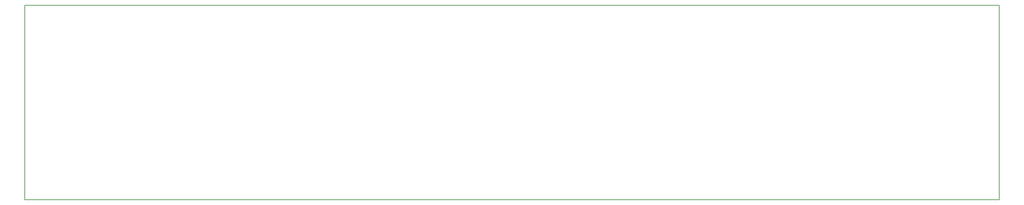
<source format=gko>
G04 DipTrace 3.0.0.1*
G04 moraydular_powerbus_powered_skiff.GKO*
%MOMM*%
G04 #@! TF.FileFunction,Profile*
G04 #@! TF.Part,Single*
%ADD11C,0.14*%
%FSLAX35Y35*%
G04*
G71*
G90*
G75*
G01*
G04 BoardOutline*
%LPD*%
X1000001Y1000001D2*
D11*
X26000001D1*
Y6000001D1*
X1000001D1*
Y1000001D1*
M02*

</source>
